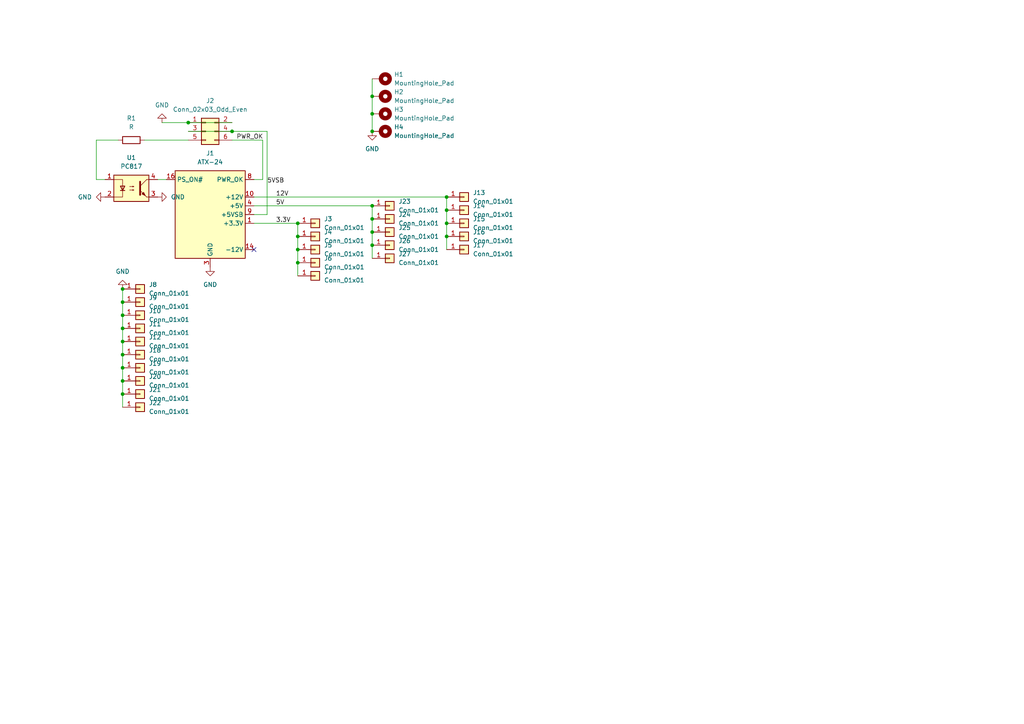
<source format=kicad_sch>
(kicad_sch (version 20230121) (generator eeschema)
  (paper "A4")
  (lib_symbols
    (symbol "Connector:ATX-24"
      (property "Reference" "J" (at -8.89 13.97 0))
      (property "Value" "ATX-24" (at 6.35 13.97 0))
      (symbol "ATX-24_0_1"
        (rectangle (start -10.16 12.7) (end 10.16 -12.7) (stroke (width 0.254)) (fill (type background)))
      )
      (symbol "ATX-24_1_1"
        (pin power_out line (at 12.7 -2.54 180) (length 2.54) (name "+3.3V") (number "1"))
        (pin power_out line (at 12.7 5.08 180) (length 2.54) (name "+12V") (number "10"))
        (pin passive line (at 12.7 5.08 180) (length 2.54) hide (name "+12V") (number "11"))
        (pin passive line (at 12.7 -2.54 180) (length 2.54) hide (name "+3.3V") (number "12"))
        (pin passive line (at 12.7 -2.54 180) (length 2.54) hide (name "+3.3V") (number "13"))
        (pin power_out line (at 12.7 -10.16 180) (length 2.54) (name "-12V") (number "14"))
        (pin passive line (at 0 -15.24 90) (length 2.54) hide (name "GND") (number "15"))
        (pin open_collector line (at -12.7 10.16 0) (length 2.54) (name "PS_ON#") (number "16"))
        (pin passive line (at 0 -15.24 90) (length 2.54) hide (name "GND") (number "17"))
        (pin passive line (at 0 -15.24 90) (length 2.54) hide (name "GND") (number "18"))
        (pin passive line (at 0 -15.24 90) (length 2.54) hide (name "GND") (number "19"))
        (pin passive line (at 12.7 -2.54 180) (length 2.54) hide (name "+3.3V") (number "2"))
        (pin no_connect line (at -10.16 0 0) (length 2.54) hide (name "NC") (number "20"))
        (pin passive line (at 12.7 2.54 180) (length 2.54) hide (name "+5V") (number "21"))
        (pin passive line (at 12.7 2.54 180) (length 2.54) hide (name "+5V") (number "22"))
        (pin passive line (at 12.7 2.54 180) (length 2.54) hide (name "+5V") (number "23"))
        (pin passive line (at 0 -15.24 90) (length 2.54) hide (name "GND") (number "24"))
        (pin power_out line (at 0 -15.24 90) (length 2.54) (name "GND") (number "3"))
        (pin power_out line (at 12.7 2.54 180) (length 2.54) (name "+5V") (number "4"))
        (pin passive line (at 0 -15.24 90) (length 2.54) hide (name "GND") (number "5"))
        (pin passive line (at 12.7 2.54 180) (length 2.54) hide (name "+5V") (number "6"))
        (pin passive line (at 0 -15.24 90) (length 2.54) hide (name "GND") (number "7"))
        (pin output line (at 12.7 10.16 180) (length 2.54) (name "PWR_OK") (number "8"))
        (pin power_out line (at 12.7 0 180) (length 2.54) (name "+5VSB") (number "9"))
      )
    )
    (symbol "Connector_Generic:Conn_01x01" (pin_names (offset 1.016) hide)
      (property "Reference" "J" (at 0 2.54 0))
      (property "Value" "Conn_01x01" (at 0 -2.54 0))
      (symbol "Conn_01x01_1_1"
        (rectangle (start -1.27 0.127) (end 0 -0.127) (stroke (width 0.1524)))
        (rectangle (start -1.27 1.27) (end 1.27 -1.27) (stroke (width 0.254)) (fill (type background)))
        (pin passive line (at -5.08 0 0) (length 3.81) (name "Pin_1") (number "1"))
      )
    )
    (symbol "Connector_Generic:Conn_02x03_Odd_Even" (pin_names (offset 1.016) hide)
      (property "Reference" "J" (at 1.27 5.08 0))
      (property "Value" "Conn_02x03_Odd_Even" (at 1.27 -5.08 0))
      (symbol "Conn_02x03_Odd_Even_1_1"
        (rectangle (start -1.27 -2.413) (end 0 -2.667) (stroke (width 0.1524)))
        (rectangle (start -1.27 0.127) (end 0 -0.127) (stroke (width 0.1524)))
        (rectangle (start -1.27 2.667) (end 0 2.413) (stroke (width 0.1524)))
        (rectangle (start -1.27 3.81) (end 3.81 -3.81) (stroke (width 0.254)) (fill (type background)))
        (rectangle (start 3.81 -2.413) (end 2.54 -2.667) (stroke (width 0.1524)))
        (rectangle (start 3.81 0.127) (end 2.54 -0.127) (stroke (width 0.1524)))
        (rectangle (start 3.81 2.667) (end 2.54 2.413) (stroke (width 0.1524)))
        (pin passive line (at -5.08 2.54 0) (length 3.81) (name "Pin_1") (number "1"))
        (pin passive line (at 7.62 2.54 180) (length 3.81) (name "Pin_2") (number "2"))
        (pin passive line (at -5.08 0 0) (length 3.81) (name "Pin_3") (number "3"))
        (pin passive line (at 7.62 0 180) (length 3.81) (name "Pin_4") (number "4"))
        (pin passive line (at -5.08 -2.54 0) (length 3.81) (name "Pin_5") (number "5"))
        (pin passive line (at 7.62 -2.54 180) (length 3.81) (name "Pin_6") (number "6"))
      )
    )
    (symbol "Device:R" (pin_numbers hide) (pin_names (offset 0))
      (property "Reference" "R" (at 2.032 0 90))
      (property "Value" "R" (at 0 0 90))
      (symbol "R_0_1"
        (rectangle (start -1.016 -2.54) (end 1.016 2.54) (stroke (width 0.254)))
      )
      (symbol "R_1_1"
        (pin passive line (at 0 3.81 270) (length 1.27) (name "~") (number "1"))
        (pin passive line (at 0 -3.81 90) (length 1.27) (name "~") (number "2"))
      )
    )
    (symbol "Isolator:PC817" (pin_names (offset 1.016))
      (property "Reference" "U" (at -5.08 5.08 0))
      (property "Value" "PC817" (at 0 5.08 0))
      (symbol "PC817_0_1"
        (rectangle (start -5.08 3.81) (end 5.08 -3.81) (stroke (width 0.254)) (fill (type background)))
        (polyline (pts (xy -3.175 -0.635) (xy -1.905 -0.635)) (stroke (width 0.254)))
        (polyline (pts (xy 2.54 0.635) (xy 4.445 2.54)))
        (polyline (pts (xy 4.445 -2.54) (xy 2.54 -0.635)) (fill (type outline)))
        (polyline (pts (xy 4.445 -2.54) (xy 5.08 -2.54)))
        (polyline (pts (xy 4.445 2.54) (xy 5.08 2.54)))
        (polyline (pts (xy -5.08 2.54) (xy -2.54 2.54) (xy -2.54 -0.635)))
        (polyline (pts (xy -2.54 -0.635) (xy -2.54 -2.54) (xy -5.08 -2.54)))
        (polyline (pts (xy 2.54 1.905) (xy 2.54 -1.905) (xy 2.54 -1.905)) (stroke (width 0.508)))
        (polyline (pts (xy -2.54 -0.635) (xy -3.175 0.635) (xy -1.905 0.635) (xy -2.54 -0.635)) (stroke (width 0.254)))
        (polyline (pts (xy -0.508 -0.508) (xy 0.762 -0.508) (xy 0.381 -0.635) (xy 0.381 -0.381) (xy 0.762 -0.508)))
        (polyline (pts (xy -0.508 0.508) (xy 0.762 0.508) (xy 0.381 0.381) (xy 0.381 0.635) (xy 0.762 0.508)))
        (polyline (pts (xy 3.048 -1.651) (xy 3.556 -1.143) (xy 4.064 -2.159) (xy 3.048 -1.651) (xy 3.048 -1.651)) (fill (type outline)))
      )
      (symbol "PC817_1_1"
        (pin passive line (at -7.62 2.54 0) (length 2.54) (name "~") (number "1"))
        (pin passive line (at -7.62 -2.54 0) (length 2.54) (name "~") (number "2"))
        (pin passive line (at 7.62 -2.54 180) (length 2.54) (name "~") (number "3"))
        (pin passive line (at 7.62 2.54 180) (length 2.54) (name "~") (number "4"))
      )
    )
    (symbol "Mechanical:MountingHole_Pad" (pin_numbers hide) (pin_names (offset 1.016) hide)
      (property "Reference" "H" (at 0 6.35 0))
      (property "Value" "MountingHole_Pad" (at 0 4.445 0))
      (symbol "MountingHole_Pad_0_1"
        (circle (center 0 1.27) (radius 1.27) (stroke (width 1.27)))
      )
      (symbol "MountingHole_Pad_1_1"
        (pin input line (at 0 -2.54 90) (length 2.54) (name "1") (number "1"))
      )
    )
    (symbol "power:GND" (power) (pin_names (offset 0))
      (property "Value" "GND" (at 0 -3.81 0))
      (symbol "GND_0_1"
        (polyline (pts (xy 0 0) (xy 0 -1.27) (xy 1.27 -1.27) (xy 0 -2.54) (xy -1.27 -1.27) (xy 0 -1.27)))
      )
      (symbol "GND_1_1"
        (pin power_in line (at 0 0 270) (length 0) hide (name "GND") (number "1"))
      )
    )
  )
  (junction (at 129.54 57.15))
  (junction (at 35.56 83.82))
  (junction (at 35.56 91.44))
  (junction (at 107.95 71.12))
  (junction (at 107.95 59.69))
  (junction (at 54.61 35.56))
  (junction (at 107.95 33.02))
  (junction (at 129.54 68.58))
  (junction (at 107.95 27.94))
  (junction (at 35.56 106.68))
  (junction (at 35.56 87.63))
  (junction (at 107.95 63.5))
  (junction (at 129.54 60.96))
  (junction (at 107.95 38.1))
  (junction (at 86.36 72.39))
  (junction (at 129.54 64.77))
  (junction (at 86.36 64.77))
  (junction (at 35.56 110.49))
  (junction (at 35.56 114.3))
  (junction (at 35.56 95.25))
  (junction (at 86.36 76.2))
  (junction (at 35.56 99.06))
  (junction (at 86.36 68.58))
  (junction (at 67.31 38.1))
  (junction (at 107.95 67.31))
  (junction (at 35.56 102.87))
  (no_connect (at 73.66 72.39))
  (wire (pts (xy 73.66 59.69) (xy 107.95 59.69)))
  (wire (pts (xy 27.94 40.64) (xy 34.29 40.64)))
  (wire (pts (xy 41.91 40.64) (xy 54.61 40.64)))
  (wire (pts (xy 30.48 52.07) (xy 27.94 52.07)))
  (wire (pts (xy 86.36 72.39) (xy 86.36 76.2)))
  (wire (pts (xy 107.95 27.94) (xy 107.95 33.02)))
  (wire (pts (xy 107.95 59.69) (xy 107.95 63.5)))
  (wire (pts (xy 73.66 62.23) (xy 77.47 62.23)))
  (wire (pts (xy 107.95 63.5) (xy 107.95 67.31)))
  (wire (pts (xy 35.56 87.63) (xy 35.56 91.44)))
  (wire (pts (xy 35.56 106.68) (xy 35.56 110.49)))
  (wire (pts (xy 54.61 38.1) (xy 67.31 38.1)))
  (wire (pts (xy 86.36 64.77) (xy 86.36 68.58)))
  (wire (pts (xy 76.2 40.64) (xy 76.2 52.07)))
  (wire (pts (xy 35.56 102.87) (xy 35.56 106.68)))
  (wire (pts (xy 129.54 68.58) (xy 129.54 72.39)))
  (wire (pts (xy 76.2 52.07) (xy 73.66 52.07)))
  (wire (pts (xy 86.36 76.2) (xy 86.36 80.01)))
  (wire (pts (xy 46.99 35.56) (xy 54.61 35.56)))
  (wire (pts (xy 35.56 95.25) (xy 35.56 99.06)))
  (wire (pts (xy 86.36 68.58) (xy 86.36 72.39)))
  (wire (pts (xy 107.95 33.02) (xy 107.95 38.1)))
  (wire (pts (xy 77.47 62.23) (xy 77.47 38.1)))
  (wire (pts (xy 107.95 22.86) (xy 107.95 27.94)))
  (wire (pts (xy 73.66 57.15) (xy 129.54 57.15)))
  (wire (pts (xy 35.56 110.49) (xy 35.56 114.3)))
  (wire (pts (xy 35.56 114.3) (xy 35.56 118.11)))
  (wire (pts (xy 27.94 40.64) (xy 27.94 52.07)))
  (wire (pts (xy 107.95 71.12) (xy 107.95 74.93)))
  (wire (pts (xy 35.56 99.06) (xy 35.56 102.87)))
  (wire (pts (xy 35.56 83.82) (xy 35.56 87.63)))
  (wire (pts (xy 67.31 38.1) (xy 77.47 38.1)))
  (wire (pts (xy 67.31 40.64) (xy 76.2 40.64)))
  (wire (pts (xy 35.56 91.44) (xy 35.56 95.25)))
  (wire (pts (xy 45.72 52.07) (xy 48.26 52.07)))
  (wire (pts (xy 129.54 60.96) (xy 129.54 64.77)))
  (wire (pts (xy 129.54 57.15) (xy 129.54 60.96)))
  (wire (pts (xy 107.95 67.31) (xy 107.95 71.12)))
  (wire (pts (xy 129.54 64.77) (xy 129.54 68.58)))
  (wire (pts (xy 54.61 35.56) (xy 67.31 35.56)))
  (wire (pts (xy 73.66 64.77) (xy 86.36 64.77)))
  (label "5V" (at 80.01 59.69 0))
  (label "PWR_OK" (at 68.58 40.64 0))
  (label "3.3V" (at 80.01 64.77 0))
  (label "12V" (at 80.01 57.15 0))
  (label "5VSB" (at 77.47 53.34 0))
  (symbol (lib_id "Device:R") (at 38.1 40.64 270) (unit 1)
    (property "Reference" "R1" (at 38.1 34.29 90))
    (property "Value" "R" (at 38.1 36.83 90))
    (property "Footprint" "Resistor_THT:R_Axial_DIN0207_L6.3mm_D2.5mm_P10.16mm_Horizontal" (effects hide))
  )
  (symbol (lib_id "Connector_Generic:Conn_01x01") (at 40.64 114.3 0) (unit 1)
    (property "Reference" "J21" (at 43.18 113.03 0) (effects (justify left)))
    (property "Value" "Conn_01x01" (at 43.18 115.57 0) (effects (justify left)))
    (property "Footprint" "Connector_Wire:SolderWire-0.75sqmm_1x01_D1.25mm_OD2.3mm" (effects hide))
  )
  (symbol (lib_id "Mechanical:MountingHole_Pad") (at 110.49 33.02 270) (unit 1)
    (property "Reference" "H3" (at 114.3 31.75 90) (effects (justify left)))
    (property "Value" "MountingHole_Pad" (at 114.3 34.29 90) (effects (justify left)))
    (property "Footprint" "MountingHole:MountingHole_2.5mm_Pad" (effects hide))
  )
  (symbol (lib_id "Connector_Generic:Conn_01x01") (at 91.44 80.01 0) (unit 1)
    (property "Reference" "J7" (at 93.98 78.74 0) (effects (justify left)))
    (property "Value" "Conn_01x01" (at 93.98 81.28 0) (effects (justify left)))
    (property "Footprint" "Connector_Wire:SolderWire-1sqmm_1x01_D1.4mm_OD2.7mm" (effects hide))
  )
  (symbol (lib_id "power:GND") (at 60.96 77.47 0) (unit 1)
    (property "Reference" "#PWR032" (effects hide))
    (property "Value" "GND" (at 60.96 82.55 0))
  )
  (symbol (lib_id "Connector_Generic:Conn_01x01") (at 40.64 106.68 0) (unit 1)
    (property "Reference" "J19" (at 43.18 105.41 0) (effects (justify left)))
    (property "Value" "Conn_01x01" (at 43.18 107.95 0) (effects (justify left)))
    (property "Footprint" "Connector_Wire:SolderWire-0.75sqmm_1x01_D1.25mm_OD2.3mm" (effects hide))
  )
  (symbol (lib_id "Connector_Generic:Conn_01x01") (at 40.64 87.63 0) (unit 1)
    (property "Reference" "J9" (at 43.18 86.36 0) (effects (justify left)))
    (property "Value" "Conn_01x01" (at 43.18 88.9 0) (effects (justify left)))
    (property "Footprint" "Connector_Wire:SolderWire-0.75sqmm_1x01_D1.25mm_OD2.3mm" (effects hide))
  )
  (symbol (lib_id "Mechanical:MountingHole_Pad") (at 110.49 27.94 270) (unit 1)
    (property "Reference" "H2" (at 114.3 26.67 90) (effects (justify left)))
    (property "Value" "MountingHole_Pad" (at 114.3 29.21 90) (effects (justify left)))
    (property "Footprint" "MountingHole:MountingHole_2.5mm_Pad" (effects hide))
  )
  (symbol (lib_id "Connector_Generic:Conn_01x01") (at 134.62 72.39 0) (unit 1)
    (property "Reference" "J17" (at 137.16 71.12 0) (effects (justify left)))
    (property "Value" "Conn_01x01" (at 137.16 73.66 0) (effects (justify left)))
    (property "Footprint" "Connector_Wire:SolderWire-1sqmm_1x01_D1.4mm_OD2.7mm" (effects hide))
  )
  (symbol (lib_id "power:GND") (at 46.99 35.56 180) (unit 1)
    (property "Reference" "#PWR030" (effects hide))
    (property "Value" "GND" (at 46.99 30.48 0))
  )
  (symbol (lib_id "Connector_Generic:Conn_01x01") (at 40.64 102.87 0) (unit 1)
    (property "Reference" "J18" (at 43.18 101.6 0) (effects (justify left)))
    (property "Value" "Conn_01x01" (at 43.18 104.14 0) (effects (justify left)))
    (property "Footprint" "Connector_Wire:SolderWire-0.5sqmm_1x01_D0.9mm_OD2.3mm" (effects hide))
  )
  (symbol (lib_id "Connector_Generic:Conn_01x01") (at 134.62 64.77 0) (unit 1)
    (property "Reference" "J15" (at 137.16 63.5 0) (effects (justify left)))
    (property "Value" "Conn_01x01" (at 137.16 66.04 0) (effects (justify left)))
    (property "Footprint" "Connector_Wire:SolderWire-0.75sqmm_1x01_D1.25mm_OD2.3mm" (effects hide))
  )
  (symbol (lib_id "Mechanical:MountingHole_Pad") (at 110.49 22.86 270) (unit 1)
    (property "Reference" "H1" (at 114.3 21.59 90) (effects (justify left)))
    (property "Value" "MountingHole_Pad" (at 114.3 24.13 90) (effects (justify left)))
    (property "Footprint" "MountingHole:MountingHole_2.5mm_Pad" (effects hide))
  )
  (symbol (lib_id "Connector_Generic:Conn_01x01") (at 91.44 68.58 0) (unit 1)
    (property "Reference" "J4" (at 93.98 67.31 0) (effects (justify left)))
    (property "Value" "Conn_01x01" (at 93.98 69.85 0) (effects (justify left)))
    (property "Footprint" "Connector_Wire:SolderWire-0.75sqmm_1x01_D1.25mm_OD2.3mm" (effects hide))
  )
  (symbol (lib_id "Connector_Generic:Conn_01x01") (at 91.44 76.2 0) (unit 1)
    (property "Reference" "J6" (at 93.98 74.93 0) (effects (justify left)))
    (property "Value" "Conn_01x01" (at 93.98 77.47 0) (effects (justify left)))
    (property "Footprint" "Connector_Wire:SolderWire-0.75sqmm_1x01_D1.25mm_OD2.3mm" (effects hide))
  )
  (symbol (lib_id "Connector_Generic:Conn_01x01") (at 113.03 67.31 0) (unit 1)
    (property "Reference" "J25" (at 115.57 66.04 0) (effects (justify left)))
    (property "Value" "Conn_01x01" (at 115.57 68.58 0) (effects (justify left)))
    (property "Footprint" "Connector_Wire:SolderWire-0.75sqmm_1x01_D1.25mm_OD2.3mm" (effects hide))
  )
  (symbol (lib_id "Isolator:PC817") (at 38.1 54.61 0) (unit 1)
    (property "Reference" "U1" (at 38.1 45.72 0))
    (property "Value" "PC817" (at 38.1 48.26 0))
    (property "Footprint" "Package_DIP:DIP-4_W7.62mm" (effects hide))
    (property "Datasheet" "http://www.soselectronic.cz/a_info/resource/d/pc817.pdf" (effects hide))
  )
  (symbol (lib_id "Connector_Generic:Conn_01x01") (at 134.62 68.58 0) (unit 1)
    (property "Reference" "J16" (at 137.16 67.31 0) (effects (justify left)))
    (property "Value" "Conn_01x01" (at 137.16 69.85 0) (effects (justify left)))
    (property "Footprint" "Connector_Wire:SolderWire-0.75sqmm_1x01_D1.25mm_OD2.3mm" (effects hide))
  )
  (symbol (lib_id "Mechanical:MountingHole_Pad") (at 110.49 38.1 270) (unit 1)
    (property "Reference" "H4" (at 114.3 36.83 90) (effects (justify left)))
    (property "Value" "MountingHole_Pad" (at 114.3 39.37 90) (effects (justify left)))
    (property "Footprint" "MountingHole:MountingHole_2.5mm_Pad" (effects hide))
  )
  (symbol (lib_id "Connector_Generic:Conn_01x01") (at 40.64 118.11 0) (unit 1)
    (property "Reference" "J22" (at 43.18 116.84 0) (effects (justify left)))
    (property "Value" "Conn_01x01" (at 43.18 119.38 0) (effects (justify left)))
    (property "Footprint" "Connector_Wire:SolderWire-1sqmm_1x01_D1.4mm_OD2.7mm" (effects hide))
  )
  (symbol (lib_id "Connector_Generic:Conn_01x01") (at 40.64 95.25 0) (unit 1)
    (property "Reference" "J11" (at 43.18 93.98 0) (effects (justify left)))
    (property "Value" "Conn_01x01" (at 43.18 96.52 0) (effects (justify left)))
    (property "Footprint" "Connector_Wire:SolderWire-0.75sqmm_1x01_D1.25mm_OD2.3mm" (effects hide))
  )
  (symbol (lib_id "power:GND") (at 30.48 57.15 270) (unit 1)
    (property "Reference" "#PWR024" (effects hide))
    (property "Value" "GND" (at 26.67 57.15 90) (effects (justify right)))
  )
  (symbol (lib_id "power:GND") (at 35.56 83.82 180) (unit 1)
    (property "Reference" "#PWR029" (effects hide))
    (property "Value" "GND" (at 35.56 78.74 0))
  )
  (symbol (lib_id "Connector_Generic:Conn_01x01") (at 113.03 74.93 0) (unit 1)
    (property "Reference" "J27" (at 115.57 73.66 0) (effects (justify left)))
    (property "Value" "Conn_01x01" (at 115.57 76.2 0) (effects (justify left)))
    (property "Footprint" "Connector_Wire:SolderWire-1sqmm_1x01_D1.4mm_OD2.7mm" (effects hide))
  )
  (symbol (lib_id "Connector_Generic:Conn_02x03_Odd_Even") (at 59.69 38.1 0) (unit 1)
    (property "Reference" "J2" (at 60.96 29.21 0))
    (property "Value" "Conn_02x03_Odd_Even" (at 60.96 31.75 0))
    (property "Footprint" "Connector_PinHeader_2.54mm:PinHeader_2x03_P2.54mm_Vertical" (effects hide))
  )
  (symbol (lib_id "Connector:ATX-24") (at 60.96 62.23 0) (unit 1)
    (property "Reference" "J1" (at 60.96 44.45 0))
    (property "Value" "ATX-24" (at 60.96 46.99 0))
    (property "Footprint" "Connector_Molex_Mod:Molex_Mod_Mini-Fit_Jr_5566-24A_2x12_P4.20mm_Vertical" (effects hide))
    (property "Datasheet" "https://www.intel.com/content/dam/www/public/us/en/documents/guides/power-supply-design-guide-june.pdf#page=33" (effects hide))
  )
  (symbol (lib_id "power:GND") (at 45.72 57.15 90) (unit 1)
    (property "Reference" "#PWR023" (effects hide))
    (property "Value" "GND" (at 49.53 57.15 90) (effects (justify right)))
  )
  (symbol (lib_id "Connector_Generic:Conn_01x01") (at 113.03 59.69 0) (unit 1)
    (property "Reference" "J23" (at 115.57 58.42 0) (effects (justify left)))
    (property "Value" "Conn_01x01" (at 115.57 60.96 0) (effects (justify left)))
    (property "Footprint" "Connector_Wire:SolderWire-0.5sqmm_1x01_D0.9mm_OD2.3mm" (effects hide))
  )
  (symbol (lib_id "power:GND") (at 107.95 38.1 0) (unit 1)
    (property "Reference" "#PWR031" (effects hide))
    (property "Value" "GND" (at 107.95 43.18 0))
  )
  (symbol (lib_id "Connector_Generic:Conn_01x01") (at 113.03 71.12 0) (unit 1)
    (property "Reference" "J26" (at 115.57 69.85 0) (effects (justify left)))
    (property "Value" "Conn_01x01" (at 115.57 72.39 0) (effects (justify left)))
    (property "Footprint" "Connector_Wire:SolderWire-0.75sqmm_1x01_D1.25mm_OD2.3mm" (effects hide))
  )
  (symbol (lib_id "Connector_Generic:Conn_01x01") (at 40.64 110.49 0) (unit 1)
    (property "Reference" "J20" (at 43.18 109.22 0) (effects (justify left)))
    (property "Value" "Conn_01x01" (at 43.18 111.76 0) (effects (justify left)))
    (property "Footprint" "Connector_Wire:SolderWire-0.75sqmm_1x01_D1.25mm_OD2.3mm" (effects hide))
  )
  (symbol (lib_id "Connector_Generic:Conn_01x01") (at 113.03 63.5 0) (unit 1)
    (property "Reference" "J24" (at 115.57 62.23 0) (effects (justify left)))
    (property "Value" "Conn_01x01" (at 115.57 64.77 0) (effects (justify left)))
    (property "Footprint" "Connector_Wire:SolderWire-0.75sqmm_1x01_D1.25mm_OD2.3mm" (effects hide))
  )
  (symbol (lib_id "Connector_Generic:Conn_01x01") (at 40.64 99.06 0) (unit 1)
    (property "Reference" "J12" (at 43.18 97.79 0) (effects (justify left)))
    (property "Value" "Conn_01x01" (at 43.18 100.33 0) (effects (justify left)))
    (property "Footprint" "Connector_Wire:SolderWire-1sqmm_1x01_D1.4mm_OD2.7mm" (effects hide))
  )
  (symbol (lib_id "Connector_Generic:Conn_01x01") (at 134.62 57.15 0) (unit 1)
    (property "Reference" "J13" (at 137.16 55.88 0) (effects (justify left)))
    (property "Value" "Conn_01x01" (at 137.16 58.42 0) (effects (justify left)))
    (property "Footprint" "Connector_Wire:SolderWire-0.5sqmm_1x01_D0.9mm_OD2.3mm" (effects hide))
  )
  (symbol (lib_id "Connector_Generic:Conn_01x01") (at 40.64 83.82 0) (unit 1)
    (property "Reference" "J8" (at 43.18 82.55 0) (effects (justify left)))
    (property "Value" "Conn_01x01" (at 43.18 85.09 0) (effects (justify left)))
    (property "Footprint" "Connector_Wire:SolderWire-0.5sqmm_1x01_D0.9mm_OD2.3mm" (effects hide))
  )
  (symbol (lib_id "Connector_Generic:Conn_01x01") (at 91.44 64.77 0) (unit 1)
    (property "Reference" "J3" (at 93.98 63.5 0) (effects (justify left)))
    (property "Value" "Conn_01x01" (at 93.98 66.04 0) (effects (justify left)))
    (property "Footprint" "Connector_Wire:SolderWire-0.5sqmm_1x01_D0.9mm_OD2.3mm" (effects hide))
  )
  (symbol (lib_id "Connector_Generic:Conn_01x01") (at 40.64 91.44 0) (unit 1)
    (property "Reference" "J10" (at 43.18 90.17 0) (effects (justify left)))
    (property "Value" "Conn_01x01" (at 43.18 92.71 0) (effects (justify left)))
    (property "Footprint" "Connector_Wire:SolderWire-0.75sqmm_1x01_D1.25mm_OD2.3mm" (effects hide))
  )
  (symbol (lib_id "Connector_Generic:Conn_01x01") (at 134.62 60.96 0) (unit 1)
    (property "Reference" "J14" (at 137.16 59.69 0) (effects (justify left)))
    (property "Value" "Conn_01x01" (at 137.16 62.23 0) (effects (justify left)))
    (property "Footprint" "Connector_Wire:SolderWire-0.75sqmm_1x01_D1.25mm_OD2.3mm" (effects hide))
  )
  (symbol (lib_id "Connector_Generic:Conn_01x01") (at 91.44 72.39 0) (unit 1)
    (property "Reference" "J5" (at 93.98 71.12 0) (effects (justify left)))
    (property "Value" "Conn_01x01" (at 93.98 73.66 0) (effects (justify left)))
    (property "Footprint" "Connector_Wire:SolderWire-0.75sqmm_1x01_D1.25mm_OD2.3mm" (effects hide))
  )
)
</source>
